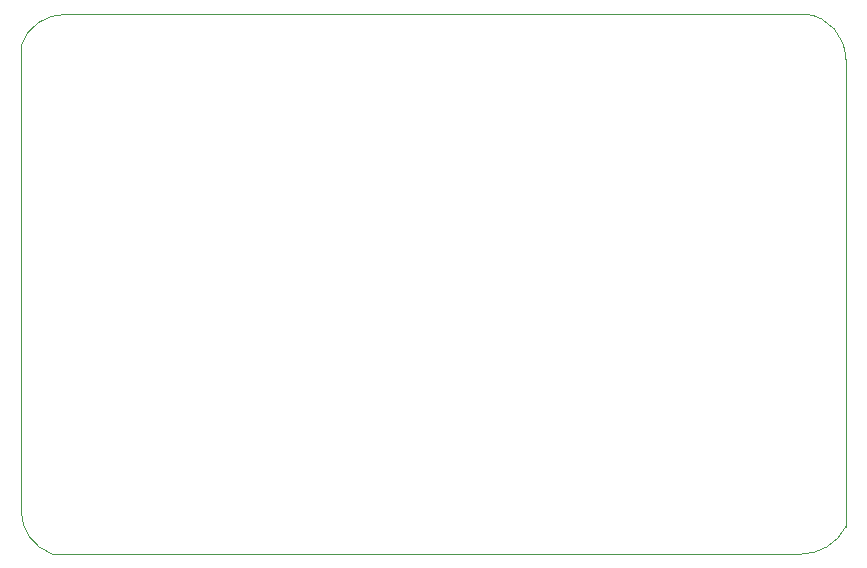
<source format=gbr>
G04 #@! TF.GenerationSoftware,KiCad,Pcbnew,(5.1.4)-1*
G04 #@! TF.CreationDate,2020-07-23T16:09:46+01:00*
G04 #@! TF.ProjectId,F7_100pin,46375f31-3030-4706-996e-2e6b69636164,rev?*
G04 #@! TF.SameCoordinates,Original*
G04 #@! TF.FileFunction,Profile,NP*
%FSLAX46Y46*%
G04 Gerber Fmt 4.6, Leading zero omitted, Abs format (unit mm)*
G04 Created by KiCad (PCBNEW (5.1.4)-1) date 2020-07-23 16:09:46*
%MOMM*%
%LPD*%
G04 APERTURE LIST*
%ADD10C,0.050000*%
G04 APERTURE END LIST*
D10*
X62228453Y-23031781D02*
G75*
G02X66049999Y-20350001I3671547J-1168219D01*
G01*
X128683961Y-20324530D02*
G75*
G02X132049999Y-24149999I-433961J-3775470D01*
G01*
X132075949Y-63713315D02*
G75*
G02X128200001Y-66049999I-3825949J1963315D01*
G01*
X64857098Y-66029795D02*
G75*
G02X62250001Y-62399999I1292902J3679795D01*
G01*
X62228453Y-23031782D02*
X62250001Y-62399999D01*
X128200001Y-66049999D02*
X64857098Y-66029796D01*
X132049999Y-24149999D02*
X132075949Y-63713315D01*
X66049999Y-20350001D02*
X128683961Y-20324530D01*
M02*

</source>
